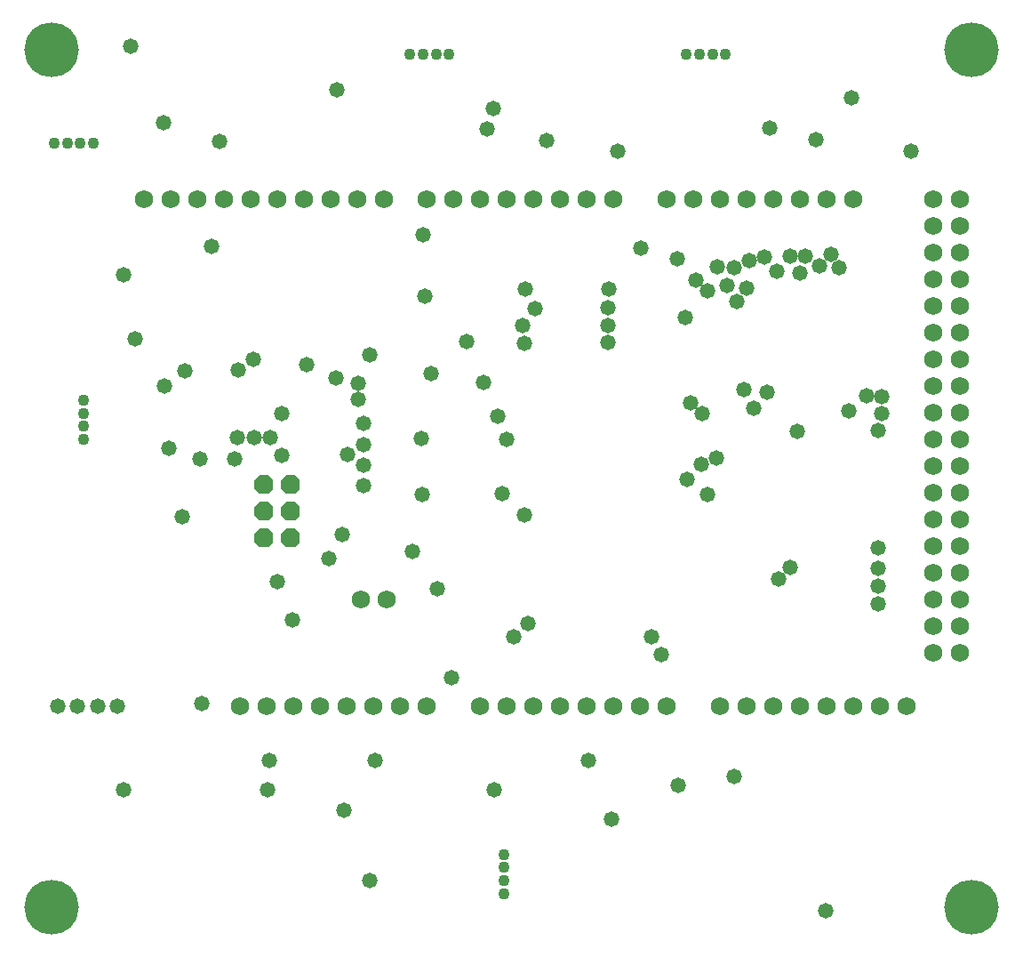
<source format=gbs>
%FSLAX25Y25*%
%MOIN*%
G70*
G01*
G75*
G04 Layer_Color=16711935*
G04:AMPARAMS|DCode=10|XSize=23.62mil|YSize=35.43mil|CornerRadius=5.91mil|HoleSize=0mil|Usage=FLASHONLY|Rotation=0.000|XOffset=0mil|YOffset=0mil|HoleType=Round|Shape=RoundedRectangle|*
%AMROUNDEDRECTD10*
21,1,0.02362,0.02362,0,0,0.0*
21,1,0.01181,0.03543,0,0,0.0*
1,1,0.01181,0.00591,-0.01181*
1,1,0.01181,-0.00591,-0.01181*
1,1,0.01181,-0.00591,0.01181*
1,1,0.01181,0.00591,0.01181*
%
%ADD10ROUNDEDRECTD10*%
G04:AMPARAMS|DCode=11|XSize=23.62mil|YSize=35.43mil|CornerRadius=5.91mil|HoleSize=0mil|Usage=FLASHONLY|Rotation=270.000|XOffset=0mil|YOffset=0mil|HoleType=Round|Shape=RoundedRectangle|*
%AMROUNDEDRECTD11*
21,1,0.02362,0.02362,0,0,270.0*
21,1,0.01181,0.03543,0,0,270.0*
1,1,0.01181,-0.01181,-0.00591*
1,1,0.01181,-0.01181,0.00591*
1,1,0.01181,0.01181,0.00591*
1,1,0.01181,0.01181,-0.00591*
%
%ADD11ROUNDEDRECTD11*%
%ADD12R,0.01575X0.02165*%
%ADD13O,0.05512X0.01772*%
%ADD14O,0.08268X0.01772*%
%ADD15R,0.06102X0.05315*%
%ADD16R,0.06693X0.04331*%
%ADD17R,0.04331X0.06693*%
%ADD18R,0.02165X0.01575*%
%ADD19O,0.05709X0.02165*%
%ADD20O,0.05709X0.02165*%
%ADD21O,0.02165X0.05709*%
%ADD22O,0.02165X0.05709*%
%ADD23R,0.05906X0.12598*%
G04:AMPARAMS|DCode=24|XSize=86.61mil|YSize=248.03mil|CornerRadius=21.65mil|HoleSize=0mil|Usage=FLASHONLY|Rotation=270.000|XOffset=0mil|YOffset=0mil|HoleType=Round|Shape=RoundedRectangle|*
%AMROUNDEDRECTD24*
21,1,0.08661,0.20472,0,0,270.0*
21,1,0.04331,0.24803,0,0,270.0*
1,1,0.04331,-0.10236,-0.02165*
1,1,0.04331,-0.10236,0.02165*
1,1,0.04331,0.10236,0.02165*
1,1,0.04331,0.10236,-0.02165*
%
%ADD24ROUNDEDRECTD24*%
%ADD25R,0.08740X0.04449*%
%ADD26R,0.05512X0.03937*%
%ADD27R,0.02756X0.03543*%
%ADD28R,0.03543X0.02756*%
%ADD29R,0.03740X0.01772*%
%ADD30O,0.05709X0.01181*%
%ADD31O,0.01181X0.05709*%
%ADD32R,0.02559X0.06299*%
%ADD33O,0.03347X0.01575*%
%ADD34R,0.05906X0.03150*%
%ADD35R,0.07480X0.05512*%
%ADD36R,0.05512X0.05118*%
%ADD37O,0.01181X0.03937*%
%ADD38R,0.11201X0.06500*%
%ADD39R,0.05512X0.06299*%
%ADD40R,0.01772X0.03740*%
%ADD41O,0.05906X0.01181*%
%ADD42O,0.01181X0.05906*%
%ADD43R,0.05512X0.04331*%
%ADD44C,0.01969*%
%ADD45C,0.00787*%
%ADD46C,0.01575*%
%ADD47C,0.00984*%
%ADD48C,0.03543*%
G04:AMPARAMS|DCode=49|XSize=62.01mil|YSize=62.01mil|CornerRadius=0mil|HoleSize=0mil|Usage=FLASHONLY|Rotation=0.000|XOffset=0mil|YOffset=0mil|HoleType=Round|Shape=Octagon|*
%AMOCTAGOND49*
4,1,8,0.03100,-0.01550,0.03100,0.01550,0.01550,0.03100,-0.01550,0.03100,-0.03100,0.01550,-0.03100,-0.01550,-0.01550,-0.03100,0.01550,-0.03100,0.03100,-0.01550,0.0*
%
%ADD49OCTAGOND49*%

%ADD50C,0.19685*%
%ADD51C,0.06000*%
%ADD52C,0.05000*%
%ADD53C,0.00394*%
%ADD54C,0.02362*%
%ADD55C,0.01000*%
%ADD56C,0.00492*%
G04:AMPARAMS|DCode=57|XSize=31.62mil|YSize=43.43mil|CornerRadius=9.91mil|HoleSize=0mil|Usage=FLASHONLY|Rotation=0.000|XOffset=0mil|YOffset=0mil|HoleType=Round|Shape=RoundedRectangle|*
%AMROUNDEDRECTD57*
21,1,0.03162,0.02362,0,0,0.0*
21,1,0.01181,0.04343,0,0,0.0*
1,1,0.01981,0.00591,-0.01181*
1,1,0.01981,-0.00591,-0.01181*
1,1,0.01981,-0.00591,0.01181*
1,1,0.01981,0.00591,0.01181*
%
%ADD57ROUNDEDRECTD57*%
G04:AMPARAMS|DCode=58|XSize=31.62mil|YSize=43.43mil|CornerRadius=9.91mil|HoleSize=0mil|Usage=FLASHONLY|Rotation=270.000|XOffset=0mil|YOffset=0mil|HoleType=Round|Shape=RoundedRectangle|*
%AMROUNDEDRECTD58*
21,1,0.03162,0.02362,0,0,270.0*
21,1,0.01181,0.04343,0,0,270.0*
1,1,0.01981,-0.01181,-0.00591*
1,1,0.01981,-0.01181,0.00591*
1,1,0.01981,0.01181,0.00591*
1,1,0.01981,0.01181,-0.00591*
%
%ADD58ROUNDEDRECTD58*%
%ADD59R,0.02375X0.02965*%
%ADD60O,0.06312X0.02572*%
%ADD61O,0.09068X0.02572*%
%ADD62R,0.06902X0.06115*%
%ADD63R,0.07493X0.05131*%
%ADD64R,0.05131X0.07493*%
%ADD65R,0.02965X0.02375*%
%ADD66O,0.06509X0.02965*%
%ADD67O,0.06509X0.02965*%
%ADD68O,0.02965X0.06509*%
%ADD69O,0.02965X0.06509*%
%ADD70R,0.06706X0.13398*%
G04:AMPARAMS|DCode=71|XSize=94.61mil|YSize=256.03mil|CornerRadius=25.65mil|HoleSize=0mil|Usage=FLASHONLY|Rotation=270.000|XOffset=0mil|YOffset=0mil|HoleType=Round|Shape=RoundedRectangle|*
%AMROUNDEDRECTD71*
21,1,0.09461,0.20472,0,0,270.0*
21,1,0.04331,0.25603,0,0,270.0*
1,1,0.05131,-0.10236,-0.02165*
1,1,0.05131,-0.10236,0.02165*
1,1,0.05131,0.10236,0.02165*
1,1,0.05131,0.10236,-0.02165*
%
%ADD71ROUNDEDRECTD71*%
%ADD72R,0.09540X0.05249*%
%ADD73R,0.06312X0.04737*%
%ADD74R,0.03556X0.04343*%
%ADD75R,0.04343X0.03556*%
%ADD76R,0.04540X0.02572*%
%ADD77O,0.06509X0.01981*%
%ADD78O,0.01981X0.06509*%
%ADD79R,0.03359X0.07099*%
%ADD80O,0.04147X0.02375*%
%ADD81R,0.06706X0.03950*%
%ADD82R,0.08280X0.06312*%
%ADD83R,0.06312X0.05918*%
%ADD84O,0.01981X0.04737*%
%ADD85R,0.12001X0.07300*%
%ADD86R,0.06312X0.07099*%
%ADD87R,0.02572X0.04540*%
%ADD88O,0.06706X0.01981*%
%ADD89O,0.01981X0.06706*%
%ADD90R,0.06312X0.05131*%
%ADD91C,0.04343*%
G04:AMPARAMS|DCode=92|XSize=70.01mil|YSize=70.01mil|CornerRadius=0mil|HoleSize=0mil|Usage=FLASHONLY|Rotation=0.000|XOffset=0mil|YOffset=0mil|HoleType=Round|Shape=Octagon|*
%AMOCTAGOND92*
4,1,8,0.03500,-0.01750,0.03500,0.01750,0.01750,0.03500,-0.01750,0.03500,-0.03500,0.01750,-0.03500,-0.01750,-0.01750,-0.03500,0.01750,-0.03500,0.03500,-0.01750,0.0*
%
%ADD92OCTAGOND92*%

%ADD93C,0.20485*%
%ADD94C,0.06800*%
%ADD95C,0.05800*%
D91*
X28642Y206496D02*
D03*
Y201575D02*
D03*
Y196653D02*
D03*
Y191732D02*
D03*
X186122Y36220D02*
D03*
Y31299D02*
D03*
Y26378D02*
D03*
Y21457D02*
D03*
X150886Y336024D02*
D03*
X155807D02*
D03*
X160728D02*
D03*
X165649D02*
D03*
X254507D02*
D03*
X259428D02*
D03*
X264349D02*
D03*
X269270D02*
D03*
X32185Y302756D02*
D03*
X27264D02*
D03*
X22343D02*
D03*
X17421D02*
D03*
D92*
X106063Y154705D02*
D03*
Y164705D02*
D03*
Y174705D02*
D03*
X96063Y154705D02*
D03*
Y164705D02*
D03*
Y174705D02*
D03*
D93*
X16535Y16535D02*
D03*
X361417D02*
D03*
X16535Y337795D02*
D03*
X361417D02*
D03*
D94*
X227059Y281606D02*
D03*
X217059D02*
D03*
X207059D02*
D03*
X197059D02*
D03*
X187059D02*
D03*
X177059D02*
D03*
X167059D02*
D03*
X157059D02*
D03*
X247059D02*
D03*
X257059D02*
D03*
X267059D02*
D03*
X277059D02*
D03*
X287059D02*
D03*
X297059D02*
D03*
X307059D02*
D03*
X317059D02*
D03*
X357059Y111606D02*
D03*
X347059D02*
D03*
X357059Y121606D02*
D03*
X347059D02*
D03*
X357059Y131606D02*
D03*
X347059D02*
D03*
X357059Y141606D02*
D03*
X347059D02*
D03*
X357059Y151606D02*
D03*
X347059D02*
D03*
X357059Y161606D02*
D03*
X347059D02*
D03*
X357059Y171606D02*
D03*
X347059D02*
D03*
X357059Y181606D02*
D03*
X347059D02*
D03*
X357059Y191606D02*
D03*
X347059D02*
D03*
X357059Y201606D02*
D03*
X347059D02*
D03*
X357059Y211606D02*
D03*
X347059D02*
D03*
X357059Y221606D02*
D03*
X347059D02*
D03*
X357059Y231606D02*
D03*
X347059D02*
D03*
X357059Y241606D02*
D03*
X347059D02*
D03*
X357059Y251606D02*
D03*
X347059D02*
D03*
X357059Y261606D02*
D03*
X347059D02*
D03*
X357059Y271606D02*
D03*
X347059D02*
D03*
X357059Y281606D02*
D03*
X347059D02*
D03*
X267059Y91606D02*
D03*
X277059D02*
D03*
X287059D02*
D03*
X297059D02*
D03*
X307059D02*
D03*
X317059D02*
D03*
X327059D02*
D03*
X337059D02*
D03*
X157059D02*
D03*
X147059D02*
D03*
X137059D02*
D03*
X127059D02*
D03*
X117059D02*
D03*
X107059D02*
D03*
X97059D02*
D03*
X87059D02*
D03*
X177059D02*
D03*
X187059D02*
D03*
X197059D02*
D03*
X207059D02*
D03*
X217059D02*
D03*
X227059D02*
D03*
X237059D02*
D03*
X247059D02*
D03*
X141059Y281606D02*
D03*
X131059D02*
D03*
X121059D02*
D03*
X111059D02*
D03*
X101059D02*
D03*
X91059D02*
D03*
X81059D02*
D03*
X71059D02*
D03*
X61059D02*
D03*
X51059D02*
D03*
X142224Y131595D02*
D03*
X132382D02*
D03*
D95*
X182579Y60532D02*
D03*
X72835Y92913D02*
D03*
X123524Y322638D02*
D03*
X43504Y253346D02*
D03*
X326575Y151083D02*
D03*
X326476Y143307D02*
D03*
X326575Y136811D02*
D03*
X326575Y129921D02*
D03*
X296063Y194783D02*
D03*
X251378Y62106D02*
D03*
X97441Y60532D02*
D03*
X43406D02*
D03*
X303051Y303937D02*
D03*
X338681Y299606D02*
D03*
X285728Y308268D02*
D03*
X228740Y299606D02*
D03*
X46063Y338976D02*
D03*
X179921Y308169D02*
D03*
X202264Y303642D02*
D03*
X58464Y310531D02*
D03*
X79429Y303543D02*
D03*
X18799Y91606D02*
D03*
X26280D02*
D03*
X33760D02*
D03*
X41240D02*
D03*
X106890Y124114D02*
D03*
X166535Y102461D02*
D03*
X58760Y211811D02*
D03*
X66535Y217520D02*
D03*
X92224Y221752D02*
D03*
X161221Y135827D02*
D03*
X60630Y188484D02*
D03*
X86614Y217618D02*
D03*
X102657Y201378D02*
D03*
X65354Y162598D02*
D03*
X120472Y147146D02*
D03*
X101279Y138265D02*
D03*
X125394Y156201D02*
D03*
X98327Y192421D02*
D03*
X92323D02*
D03*
X133366Y197647D02*
D03*
X85236Y184350D02*
D03*
X86319Y192421D02*
D03*
X151870Y149705D02*
D03*
X72244Y184350D02*
D03*
X102663Y185836D02*
D03*
X127362Y185925D02*
D03*
X133366Y189869D02*
D03*
X135827Y223425D02*
D03*
X131496Y206890D02*
D03*
X133366Y174311D02*
D03*
Y182090D02*
D03*
X131496Y212894D02*
D03*
X217913Y71480D02*
D03*
X137795D02*
D03*
X112205Y219685D02*
D03*
X123228Y214873D02*
D03*
X47835Y229331D02*
D03*
X182185Y315748D02*
D03*
X126083Y52658D02*
D03*
X135728Y26280D02*
D03*
X226476Y49311D02*
D03*
X306890Y15059D02*
D03*
X98032Y71480D02*
D03*
X193996Y248031D02*
D03*
X158957Y216575D02*
D03*
X193701Y163386D02*
D03*
X156496Y245571D02*
D03*
X185433Y171457D02*
D03*
X178347Y212992D02*
D03*
X183957Y200492D02*
D03*
X187106Y191831D02*
D03*
X237598Y263484D02*
D03*
X76378Y264075D02*
D03*
X225394Y248031D02*
D03*
X172244Y228445D02*
D03*
X225197Y241043D02*
D03*
X197933Y240650D02*
D03*
X193110Y234350D02*
D03*
X225197Y234449D02*
D03*
X193898Y227854D02*
D03*
X225295Y228150D02*
D03*
X155905Y268504D02*
D03*
X272342Y65354D02*
D03*
X155512Y170965D02*
D03*
X155315Y192028D02*
D03*
X316339Y319587D02*
D03*
X251279Y259449D02*
D03*
X283957Y260039D02*
D03*
X288326Y254883D02*
D03*
X293406Y260335D02*
D03*
X258268Y251476D02*
D03*
X254232Y237402D02*
D03*
X266043Y256299D02*
D03*
X272539Y256201D02*
D03*
X278163Y258772D02*
D03*
X277264Y248524D02*
D03*
X269980Y249311D02*
D03*
X262513Y247453D02*
D03*
X256201Y205315D02*
D03*
X260643Y201486D02*
D03*
X284758Y209558D02*
D03*
X276293Y210542D02*
D03*
X279738Y203553D02*
D03*
X273622Y243406D02*
D03*
X297160Y254048D02*
D03*
X299227Y260446D02*
D03*
X304542Y256804D02*
D03*
X308677Y260938D02*
D03*
X311925Y255918D02*
D03*
X265945Y184646D02*
D03*
X260151Y182489D02*
D03*
X254823Y176870D02*
D03*
X262402Y171063D02*
D03*
X195177Y122736D02*
D03*
X189764Y117815D02*
D03*
X241535Y117618D02*
D03*
X245288Y111029D02*
D03*
X293602Y143602D02*
D03*
X289272Y139370D02*
D03*
X315650Y202435D02*
D03*
X322047Y207972D02*
D03*
X327953Y207776D02*
D03*
X327756Y201476D02*
D03*
X326476Y195079D02*
D03*
M02*

</source>
